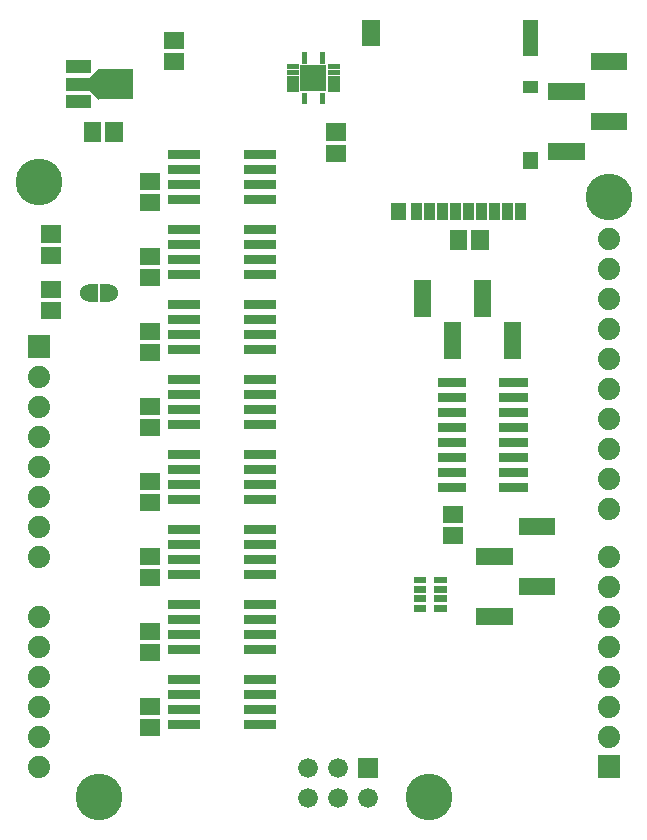
<source format=gbr>
G04 start of page 6 for group -4063 idx -4063 *
G04 Title: (unknown), componentmask *
G04 Creator: pcb 20110918 *
G04 CreationDate: Tue 05 Jan 2016 03:28:18 AM GMT UTC *
G04 For: railfan *
G04 Format: Gerber/RS-274X *
G04 PCB-Dimensions: 210000 270000 *
G04 PCB-Coordinate-Origin: lower left *
%MOIN*%
%FSLAX25Y25*%
%LNTOPMASK*%
%ADD65R,0.0316X0.0316*%
%ADD64R,0.0296X0.0296*%
%ADD63C,0.0600*%
%ADD62R,0.1005X0.1005*%
%ADD61R,0.0438X0.0438*%
%ADD60R,0.0300X0.0300*%
%ADD59R,0.0227X0.0227*%
%ADD58R,0.0376X0.0376*%
%ADD57R,0.0494X0.0494*%
%ADD56R,0.0415X0.0415*%
%ADD55R,0.0612X0.0612*%
%ADD54R,0.0560X0.0560*%
%ADD53R,0.0572X0.0572*%
%ADD52R,0.0170X0.0170*%
%ADD51C,0.1560*%
%ADD50C,0.0660*%
%ADD49C,0.0740*%
%ADD48C,0.0001*%
G54D48*G36*
X196300Y23700D02*Y16300D01*
X203700D01*
Y23700D01*
X196300D01*
G37*
G54D49*X200000Y30000D03*
Y40000D03*
Y50000D03*
Y60000D03*
Y70000D03*
G54D48*G36*
X116503Y22749D02*Y16149D01*
X123103D01*
Y22749D01*
X116503D01*
G37*
G54D50*X119803Y9449D03*
X109803D03*
X99803D03*
G54D51*X140000Y10000D03*
G54D50*X109803Y19449D03*
X99803D03*
G54D49*X10000Y130000D03*
Y120000D03*
Y110000D03*
Y100000D03*
G54D48*G36*
X6300Y163700D02*Y156300D01*
X13700D01*
Y163700D01*
X6300D01*
G37*
G54D49*X10000Y150000D03*
Y140000D03*
G54D51*Y215000D03*
G54D49*Y90000D03*
Y70000D03*
Y60000D03*
Y50000D03*
Y40000D03*
Y30000D03*
Y20000D03*
G54D51*X30000Y10000D03*
G54D49*X200000Y80000D03*
Y90000D03*
Y106000D03*
Y116000D03*
Y126000D03*
Y136000D03*
Y146000D03*
Y156000D03*
Y166000D03*
Y176000D03*
Y186000D03*
Y196000D03*
G54D51*Y210000D03*
G54D52*X107169Y245563D02*X109413D01*
X107169Y247531D02*X109413D01*
X107169Y249500D02*X109413D01*
X107169Y251469D02*X109413D01*
G54D53*X108607Y224457D02*X109393D01*
X108607Y231543D02*X109393D01*
G54D52*X107169Y253437D02*X109413D01*
X104453Y257413D02*Y255169D01*
X98547Y257413D02*Y255169D01*
G54D48*G36*
X101791Y253619D02*Y249791D01*
X105619D01*
Y253619D01*
X101791D01*
G37*
G36*
X97381D02*Y249791D01*
X101209D01*
Y253619D01*
X97381D01*
G37*
G36*
X97164Y253836D02*Y245164D01*
X105836D01*
Y253836D01*
X97164D01*
G37*
G54D52*X93587Y249500D02*X95831D01*
X93587Y247531D02*X95831D01*
X93587Y245563D02*X95831D01*
X98547Y243831D02*Y241587D01*
X104453Y243831D02*Y241587D01*
G54D48*G36*
X101791Y249209D02*Y245381D01*
X105619D01*
Y249209D01*
X101791D01*
G37*
G36*
X97381D02*Y245381D01*
X101209D01*
Y249209D01*
X97381D01*
G37*
G54D52*X93587Y251469D02*X95831D01*
G54D54*X196760Y255000D02*X203413D01*
G54D55*X120646Y265769D02*Y263406D01*
G54D54*X182587Y245000D02*X189240D01*
X196760Y235000D02*X203413D01*
X182587Y225000D02*X189240D01*
G54D56*X173403Y246476D02*X174189D01*
G54D57*X173795Y266358D02*Y259270D01*
X173796Y222460D02*Y221672D01*
G54D53*X157043Y195893D02*Y195107D01*
X149957Y195893D02*Y195107D01*
G54D58*X153324Y206122D02*Y204153D01*
X157654Y206122D02*Y204153D01*
X136001Y206122D02*Y204153D01*
X140331Y206122D02*Y204153D01*
X144662Y206122D02*Y204153D01*
X148993Y206122D02*Y204153D01*
X161985Y206122D02*Y204153D01*
X166316Y206122D02*Y204153D01*
X170647Y206122D02*Y204153D01*
G54D57*X129899Y205531D02*Y204743D01*
G54D54*X172760Y100000D02*X179413D01*
X158587Y90000D02*X165240D01*
X172760Y80000D02*X179413D01*
X158587Y70000D02*X165240D01*
G54D59*X136217Y82224D02*X138087D01*
X136217Y79075D02*X138087D01*
X136217Y75925D02*X138087D01*
X136217Y72776D02*X138087D01*
X142913D02*X144783D01*
X142913Y75925D02*X144783D01*
X142913Y79075D02*X144783D01*
X142913Y82224D02*X144783D01*
G54D53*X147607Y96957D02*X148393D01*
X147607Y104043D02*X148393D01*
G54D60*X165000Y113000D02*X171500D01*
X165000Y118000D02*X171500D01*
X165000Y123000D02*X171500D01*
G54D54*X168000Y165240D02*Y158587D01*
X158000Y179413D02*Y172760D01*
G54D60*X165000Y128000D02*X171500D01*
X144500D02*X151000D01*
X144500Y123000D02*X151000D01*
X144500Y118000D02*X151000D01*
X144500Y113000D02*X151000D01*
X165000Y133000D02*X171500D01*
X144500D02*X151000D01*
X165000Y138000D02*X171500D01*
X144500D02*X151000D01*
X165000Y143000D02*X171500D01*
X165000Y148000D02*X171500D01*
X144500D02*X151000D01*
X144500Y143000D02*X151000D01*
G54D54*X148000Y165240D02*Y158587D01*
X138000Y179413D02*Y172760D01*
G54D61*X21095Y253406D02*X25189D01*
X21095Y247500D02*X32905D01*
G54D62*X34639D02*X36529D01*
G54D48*G36*
X26650Y249385D02*X29914Y252649D01*
X31758Y250805D01*
X28494Y247541D01*
X26650Y249385D01*
G37*
G36*
X28494Y247459D02*X31758Y244195D01*
X29914Y242351D01*
X26650Y245615D01*
X28494Y247459D01*
G37*
G54D61*X21095Y241594D02*X25189D01*
G54D63*X33400Y178000D03*
G54D60*X31900Y179500D02*Y176500D01*
G54D63*X26600Y178000D03*
G54D60*X28100Y179500D02*Y176500D01*
G54D53*X35043Y231893D02*Y231107D01*
X27957Y231893D02*Y231107D01*
X13607Y197543D02*X14393D01*
X13607Y190457D02*X14393D01*
X13607Y179043D02*X14393D01*
X13607Y171957D02*X14393D01*
G54D52*X93587Y253437D02*X95831D01*
G54D53*X54607Y254957D02*X55393D01*
X54607Y262043D02*X55393D01*
G54D64*X58500Y224000D02*X62240D01*
X58500Y219000D02*X62240D01*
X58500Y214000D02*X62240D01*
X79760Y209000D02*X83500D01*
X79760Y214000D02*X83500D01*
X79760Y219000D02*X83500D01*
G54D65*X83303Y209000D02*X87437D01*
X83303Y214000D02*X87437D01*
X83303Y219000D02*X87437D01*
G54D64*X79760Y224000D02*X83500D01*
G54D65*X83303D02*X87437D01*
X54563D02*X58697D01*
X54563Y219000D02*X58697D01*
X54563Y214000D02*X58697D01*
X54563Y209000D02*X58697D01*
G54D53*X46607Y207957D02*X47393D01*
X46607Y215043D02*X47393D01*
G54D64*X58500Y209000D02*X62240D01*
X58500Y199000D02*X62240D01*
X58500Y194000D02*X62240D01*
X79760D02*X83500D01*
G54D65*X83303D02*X87437D01*
G54D64*X79760Y199000D02*X83500D01*
G54D65*X83303D02*X87437D01*
X54563D02*X58697D01*
X54563Y194000D02*X58697D01*
X54563Y189000D02*X58697D01*
X54563Y184000D02*X58697D01*
G54D53*X46607Y182957D02*X47393D01*
X46607Y190043D02*X47393D01*
G54D64*X58500Y189000D02*X62240D01*
X58500Y184000D02*X62240D01*
X58500Y174000D02*X62240D01*
X58500Y169000D02*X62240D01*
G54D65*X54563Y174000D02*X58697D01*
G54D64*X79760Y184000D02*X83500D01*
G54D65*X83303D02*X87437D01*
G54D64*X79760Y189000D02*X83500D01*
G54D65*X83303D02*X87437D01*
G54D64*X79760Y169000D02*X83500D01*
X79760Y174000D02*X83500D01*
G54D65*X83303Y169000D02*X87437D01*
X83303Y174000D02*X87437D01*
G54D64*X58500Y164000D02*X62240D01*
G54D65*X54563D02*X58697D01*
G54D53*X46607Y165043D02*X47393D01*
G54D64*X58500Y159000D02*X62240D01*
G54D65*X54563D02*X58697D01*
G54D53*X46607Y157957D02*X47393D01*
G54D65*X54563Y169000D02*X58697D01*
G54D64*X79760Y159000D02*X83500D01*
X79760Y164000D02*X83500D01*
G54D65*X83303Y159000D02*X87437D01*
X83303Y164000D02*X87437D01*
G54D64*X79760Y134000D02*X83500D01*
X79760Y139000D02*X83500D01*
G54D65*X83303Y134000D02*X87437D01*
X83303Y139000D02*X87437D01*
G54D64*X79760Y144000D02*X83500D01*
X79760Y149000D02*X83500D01*
G54D65*X83303Y144000D02*X87437D01*
X83303Y149000D02*X87437D01*
G54D64*X58500D02*X62240D01*
X58500Y144000D02*X62240D01*
X58500Y139000D02*X62240D01*
G54D65*X54563Y149000D02*X58697D01*
X54563Y144000D02*X58697D01*
X54563Y139000D02*X58697D01*
X54563Y134000D02*X58697D01*
G54D53*X46607Y132957D02*X47393D01*
X46607Y140043D02*X47393D01*
G54D64*X58500Y134000D02*X62240D01*
X58500Y124000D02*X62240D01*
X58500Y119000D02*X62240D01*
X58500Y109000D02*X62240D01*
G54D65*X54563D02*X58697D01*
G54D53*X46607Y107957D02*X47393D01*
G54D65*X54563Y124000D02*X58697D01*
X54563Y119000D02*X58697D01*
X54563Y114000D02*X58697D01*
G54D53*X46607Y115043D02*X47393D01*
G54D64*X58500Y114000D02*X62240D01*
X58500Y99000D02*X62240D01*
X58500Y94000D02*X62240D01*
G54D65*X54563Y99000D02*X58697D01*
G54D64*X79760Y109000D02*X83500D01*
G54D65*X83303D02*X87437D01*
G54D64*X79760Y99000D02*X83500D01*
X79760Y114000D02*X83500D01*
X79760Y119000D02*X83500D01*
X79760Y124000D02*X83500D01*
G54D65*X83303Y114000D02*X87437D01*
X83303Y119000D02*X87437D01*
X83303Y124000D02*X87437D01*
X83303Y94000D02*X87437D01*
X83303Y99000D02*X87437D01*
G54D64*X58500Y84000D02*X62240D01*
G54D65*X54563D02*X58697D01*
G54D53*X46607Y82957D02*X47393D01*
G54D65*X54563Y94000D02*X58697D01*
X54563Y89000D02*X58697D01*
G54D53*X46607Y90043D02*X47393D01*
G54D64*X58500Y89000D02*X62240D01*
X58500Y74000D02*X62240D01*
X58500Y69000D02*X62240D01*
G54D65*X54563Y74000D02*X58697D01*
G54D64*X79760Y84000D02*X83500D01*
X79760Y89000D02*X83500D01*
X79760Y94000D02*X83500D01*
G54D65*X83303Y84000D02*X87437D01*
X83303Y89000D02*X87437D01*
G54D64*X79760Y59000D02*X83500D01*
X79760Y64000D02*X83500D01*
G54D65*X83303Y59000D02*X87437D01*
X83303Y64000D02*X87437D01*
G54D64*X79760Y69000D02*X83500D01*
X79760Y74000D02*X83500D01*
G54D65*X83303Y69000D02*X87437D01*
X83303Y74000D02*X87437D01*
G54D64*X79760Y34000D02*X83500D01*
G54D65*X83303D02*X87437D01*
G54D64*X79760Y39000D02*X83500D01*
X79760Y44000D02*X83500D01*
X79760Y49000D02*X83500D01*
G54D65*X83303Y39000D02*X87437D01*
X83303Y44000D02*X87437D01*
X83303Y49000D02*X87437D01*
G54D64*X58500Y59000D02*X62240D01*
G54D65*X54563D02*X58697D01*
G54D53*X46607Y57957D02*X47393D01*
G54D65*X54563Y69000D02*X58697D01*
X54563Y64000D02*X58697D01*
G54D53*X46607Y65043D02*X47393D01*
G54D64*X58500Y64000D02*X62240D01*
X58500Y49000D02*X62240D01*
X58500Y44000D02*X62240D01*
X58500Y39000D02*X62240D01*
X58500Y34000D02*X62240D01*
G54D65*X54563D02*X58697D01*
G54D53*X46607Y32957D02*X47393D01*
G54D65*X54563Y49000D02*X58697D01*
X54563Y44000D02*X58697D01*
X54563Y39000D02*X58697D01*
G54D53*X46607Y40043D02*X47393D01*
M02*

</source>
